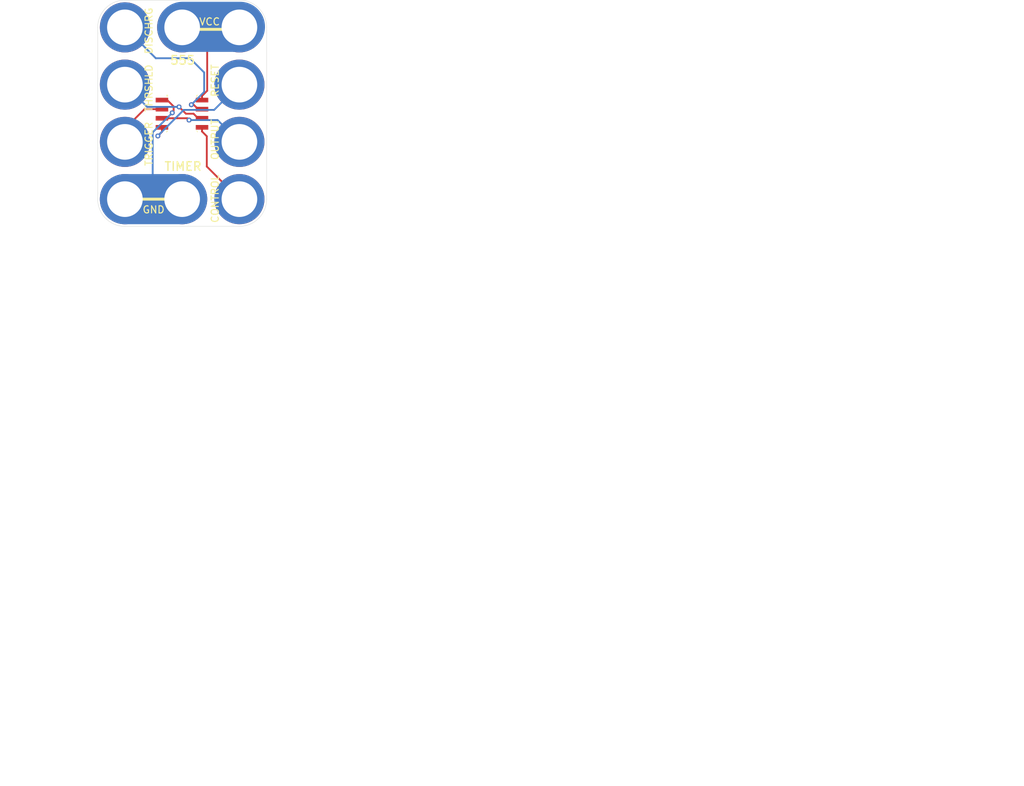
<source format=kicad_pcb>
(kicad_pcb (version 4) (host pcbnew 4.0.5-e0-6337~49~ubuntu16.04.1)

  (general
    (links 10)
    (no_connects 0)
    (area 12.864799 18.783999 263.164559 102.997)
    (thickness 1.6)
    (drawings 1)
    (tracks 57)
    (zones 0)
    (modules 1)
    (nets 9)
  )

  (page USLetter)
  (title_block
    (title "3x4 555 Timer 8SOIC Breakout Module")
    (date "17 Mar 2017")
    (rev 1.0)
    (company "All rights reserved.")
    (comment 1 help@browndoggadgets.com)
    (comment 2 http://browndoggadgets.com/)
    (comment 3 "Brown Dog Gadgets")
  )

  (layers
    (0 F.Cu signal)
    (31 B.Cu signal)
    (34 B.Paste user)
    (35 F.Paste user)
    (36 B.SilkS user)
    (37 F.SilkS user)
    (38 B.Mask user)
    (39 F.Mask user)
    (40 Dwgs.User user)
    (44 Edge.Cuts user)
    (46 B.CrtYd user)
    (47 F.CrtYd user)
    (48 B.Fab user)
    (49 F.Fab user)
  )

  (setup
    (last_trace_width 0.254)
    (user_trace_width 0.1524)
    (user_trace_width 0.254)
    (user_trace_width 0.3302)
    (user_trace_width 0.508)
    (user_trace_width 0.762)
    (user_trace_width 1.27)
    (trace_clearance 0.254)
    (zone_clearance 0.508)
    (zone_45_only no)
    (trace_min 0.1524)
    (segment_width 0.1524)
    (edge_width 0.1524)
    (via_size 0.6858)
    (via_drill 0.3302)
    (via_min_size 0.6858)
    (via_min_drill 0.3302)
    (user_via 0.6858 0.3302)
    (user_via 0.762 0.4064)
    (user_via 0.8636 0.508)
    (uvia_size 0.6858)
    (uvia_drill 0.3302)
    (uvias_allowed no)
    (uvia_min_size 0)
    (uvia_min_drill 0)
    (pcb_text_width 0.1524)
    (pcb_text_size 1.016 1.016)
    (mod_edge_width 0.1524)
    (mod_text_size 1.016 1.016)
    (mod_text_width 0.1524)
    (pad_size 7 7)
    (pad_drill 4.98)
    (pad_to_mask_clearance 0.0762)
    (solder_mask_min_width 0.1016)
    (pad_to_paste_clearance -0.0762)
    (aux_axis_origin 0 0)
    (visible_elements FFFEDF7D)
    (pcbplotparams
      (layerselection 0x310fc_80000001)
      (usegerberextensions true)
      (excludeedgelayer true)
      (linewidth 0.100000)
      (plotframeref false)
      (viasonmask false)
      (mode 1)
      (useauxorigin false)
      (hpglpennumber 1)
      (hpglpenspeed 20)
      (hpglpendiameter 15)
      (hpglpenoverlay 2)
      (psnegative false)
      (psa4output false)
      (plotreference true)
      (plotvalue true)
      (plotinvisibletext false)
      (padsonsilk false)
      (subtractmaskfromsilk false)
      (outputformat 1)
      (mirror false)
      (drillshape 0)
      (scaleselection 1)
      (outputdirectory gerbers))
  )

  (net 0 "")
  (net 1 "Net-(U1-Pad4)")
  (net 2 "Net-(U1-Pad2)")
  (net 3 "Net-(U1-Pad3)")
  (net 4 "Net-(U1-Pad1)")
  (net 5 "Net-(U1-Pad7)")
  (net 6 "Net-(U1-Pad5)")
  (net 7 "Net-(U1-Pad6)")
  (net 8 "Net-(U1-Pad8)")

  (net_class Default "This is the default net class."
    (clearance 0.254)
    (trace_width 0.254)
    (via_dia 0.6858)
    (via_drill 0.3302)
    (uvia_dia 0.6858)
    (uvia_drill 0.3302)
    (add_net "Net-(U1-Pad1)")
    (add_net "Net-(U1-Pad2)")
    (add_net "Net-(U1-Pad3)")
    (add_net "Net-(U1-Pad4)")
    (add_net "Net-(U1-Pad5)")
    (add_net "Net-(U1-Pad6)")
    (add_net "Net-(U1-Pad7)")
    (add_net "Net-(U1-Pad8)")
  )

  (module Crazy_Circuits:SOIC8-555Timer-3x4 (layer F.Cu) (tedit 58F82C4D) (tstamp 58D435B1)
    (at 18.5313 88.7095)
    (descr "8-lead dip package, row spacing 7.62 mm (300 mils)")
    (tags "dil dip 2.54 300")
    (path /5882F33F)
    (fp_text reference U1 (at 8.0976 -12) (layer F.Fab)
      (effects (font (size 1 1) (thickness 0.15)))
    )
    (fp_text value 555TIMER (at 0 -4) (layer B.SilkS) hide
      (effects (font (size 1 1) (thickness 0.15)) (justify mirror))
    )
    (fp_arc (start 7.9248 -14.6812) (end 9.398 -14.6812) (angle 180) (layer F.Fab) (width 0.1))
    (fp_text user TIMER (at 8.128 -4.572) (layer F.SilkS)
      (effects (font (size 1.2 1.2) (thickness 0.2)))
    )
    (fp_text user 555 (at 8.0645 -19.4056) (layer F.SilkS)
      (effects (font (size 1.2 1.2) (thickness 0.2)))
    )
    (fp_line (start 0 0) (end 8 0) (layer B.Cu) (width 7))
    (fp_text user GND (at 4.0132 1.4732) (layer F.SilkS)
      (effects (font (size 1 1) (thickness 0.15)))
    )
    (fp_line (start 0 0) (end 8.25 0) (layer F.SilkS) (width 0.4064))
    (fp_text user %R (at 8 -16 90) (layer F.Fab) hide
      (effects (font (size 1 1) (thickness 0.15)))
    )
    (fp_line (start 0 3.8) (end 16 3.8) (layer Edge.Cuts) (width 0.05))
    (fp_line (start -3.8 -24) (end -3.8 0) (layer Edge.Cuts) (width 0.05))
    (fp_line (start 19.8 -24) (end 19.8 0) (layer Edge.Cuts) (width 0.05))
    (fp_line (start 0 -27.8) (end 16 -27.8) (layer Edge.Cuts) (width 0.05))
    (fp_arc (start 0 -24) (end -3.8 -24) (angle 90) (layer Edge.Cuts) (width 0.05))
    (fp_arc (start 0 0) (end 0 3.8) (angle 90) (layer Edge.Cuts) (width 0.05))
    (fp_arc (start 16 0) (end 19.8 0) (angle 90) (layer Edge.Cuts) (width 0.05))
    (fp_arc (start 16 -24) (end 16 -27.8) (angle 90) (layer Edge.Cuts) (width 0.05))
    (fp_line (start 0 3.8) (end 16 3.8) (layer F.Fab) (width 0.05))
    (fp_line (start -3.8 -24) (end -3.8 0) (layer F.Fab) (width 0.05))
    (fp_line (start 19.8 -24) (end 19.8 0) (layer F.Fab) (width 0.05))
    (fp_line (start 0 -27.8) (end 16 -27.8) (layer F.Fab) (width 0.05))
    (fp_arc (start 0 -24) (end -3.8 -24) (angle 90) (layer F.Fab) (width 0.05))
    (fp_arc (start 0 0) (end 0 3.8) (angle 90) (layer F.Fab) (width 0.05))
    (fp_arc (start 16 0) (end 19.8 0) (angle 90) (layer F.Fab) (width 0.05))
    (fp_arc (start 16 -24) (end 16 -27.8) (angle 90) (layer F.Fab) (width 0.05))
    (fp_text user RESET (at 12.5984 -16.5608 90) (layer F.SilkS)
      (effects (font (size 1 1) (thickness 0.15)))
    )
    (fp_text user TRIGGER (at 3.3528 -7.7216 90) (layer F.SilkS)
      (effects (font (size 1 1) (thickness 0.15)))
    )
    (fp_line (start 4.2256 -14.688) (end 4.2256 -9.188) (layer F.CrtYd) (width 0.05))
    (fp_line (start 4.2256 -14.688) (end 11.7256 -14.688) (layer F.CrtYd) (width 0.05))
    (fp_line (start 4.2256 -9.188) (end 11.7256 -9.188) (layer F.CrtYd) (width 0.05))
    (fp_line (start 5.9006 -14.513) (end 5.9006 -14.368) (layer F.SilkS) (width 0.15))
    (fp_line (start 10.0506 -14.513) (end 10.0506 -14.368) (layer F.SilkS) (width 0.15))
    (fp_line (start 10.0506 -9.363) (end 10.0506 -9.508) (layer F.SilkS) (width 0.15))
    (fp_line (start 5.9006 -9.363) (end 5.9006 -9.508) (layer F.SilkS) (width 0.15))
    (fp_line (start 5.9006 -14.513) (end 10.0506 -14.513) (layer F.SilkS) (width 0.15))
    (fp_line (start 5.9006 -9.363) (end 10.0506 -9.363) (layer F.SilkS) (width 0.15))
    (fp_line (start 4.2256 -14.688) (end 11.7256 -14.688) (layer F.Fab) (width 0.05))
    (fp_line (start 4.2256 -9.188) (end 11.7256 -9.188) (layer F.Fab) (width 0.05))
    (fp_line (start 4.2256 -14.688) (end 4.2256 -9.188) (layer F.Fab) (width 0.05))
    (fp_line (start 9.0551 -23.7236) (end 15.0876 -23.7236) (layer F.SilkS) (width 0.4064))
    (fp_text user VCC (at 11.8364 -24.7904) (layer F.SilkS)
      (effects (font (size 1 1) (thickness 0.15)))
    )
    (fp_text user THRSHLD (at 3.3528 -15.494 90) (layer F.SilkS)
      (effects (font (size 1 1) (thickness 0.15)))
    )
    (fp_text user DISCHRG (at 3.3528 -23.5204 90) (layer F.SilkS)
      (effects (font (size 1 1) (thickness 0.15)))
    )
    (fp_text user OUTPUT (at 12.5984 -8.3312 90) (layer F.SilkS)
      (effects (font (size 1 1) (thickness 0.15)))
    )
    (fp_text user CONTROL (at 12.5984 -0.0508 90) (layer F.SilkS)
      (effects (font (size 1 1) (thickness 0.15)))
    )
    (fp_line (start 7.7988 -23.7236) (end 15.7988 -23.7236) (layer F.Cu) (width 0.4064))
    (fp_line (start 0 0) (end 8 0) (layer B.Mask) (width 7))
    (fp_line (start 8.0772 -24.0792) (end 16.0772 -24.0792) (layer B.Cu) (width 7))
    (fp_line (start 8.0772 -24.0792) (end 16.0772 -24.0792) (layer B.Mask) (width 7))
    (fp_line (start 11.744 -14.688) (end 11.744 -9.188) (layer F.CrtYd) (width 0.05))
    (fp_line (start 11.744 -14.688) (end 11.744 -9.188) (layer F.Fab) (width 0.05))
    (pad 1 thru_hole circle (at 0 0 270) (size 7 7) (drill 4.98) (layers *.Cu B.Mask)
      (net 4 "Net-(U1-Pad1)"))
    (pad "" np_thru_hole circle (at 8 -16 270) (size 4.98 4.98) (drill 4.98) (layers *.Cu))
    (pad 6 thru_hole circle (at 0 -16 270) (size 7 7) (drill 4.98) (layers *.Cu B.Mask)
      (net 7 "Net-(U1-Pad6)"))
    (pad 2 thru_hole circle (at 0 -8 270) (size 7 7) (drill 4.98) (layers *.Cu B.Mask)
      (net 2 "Net-(U1-Pad2)"))
    (pad "" np_thru_hole circle (at 8 -8 270) (size 4.98 4.98) (drill 4.98) (layers *.Cu))
    (pad 1 thru_hole circle (at 8 0 270) (size 7 7) (drill 4.98) (layers *.Cu B.Mask)
      (net 4 "Net-(U1-Pad1)"))
    (pad 7 thru_hole circle (at 0 -24 270) (size 7 7) (drill 4.98) (layers *.Cu B.Mask)
      (net 5 "Net-(U1-Pad7)"))
    (pad 4 thru_hole circle (at 16 -16 270) (size 7 7) (drill 4.98) (layers *.Cu B.Mask)
      (net 1 "Net-(U1-Pad4)"))
    (pad 5 thru_hole circle (at 16 0 270) (size 7 7) (drill 4.98) (layers *.Cu B.Mask)
      (net 6 "Net-(U1-Pad5)"))
    (pad 3 thru_hole circle (at 16 -8 270) (size 7 7) (drill 4.98) (layers *.Cu B.Mask)
      (net 3 "Net-(U1-Pad3)"))
    (pad 8 thru_hole circle (at 16 -24 270) (size 7 7) (drill 4.98) (layers *.Cu B.Mask)
      (net 8 "Net-(U1-Pad8)"))
    (pad 8 thru_hole circle (at 8 -24 270) (size 7 7) (drill 4.98) (layers *.Cu B.Mask)
      (net 8 "Net-(U1-Pad8)"))
    (pad 1 smd rect (at 5.1756 -13.843) (size 1.75 0.65) (layers F.Cu F.Paste F.Mask)
      (net 4 "Net-(U1-Pad1)"))
    (pad 2 smd rect (at 5.1756 -12.573) (size 1.75 0.65) (layers F.Cu F.Paste F.Mask)
      (net 2 "Net-(U1-Pad2)"))
    (pad 3 smd rect (at 5.1756 -11.303) (size 1.75 0.65) (layers F.Cu F.Paste F.Mask)
      (net 3 "Net-(U1-Pad3)"))
    (pad 4 smd rect (at 5.1756 -10.033) (size 1.75 0.65) (layers F.Cu F.Paste F.Mask)
      (net 1 "Net-(U1-Pad4)"))
    (pad 5 smd rect (at 10.7756 -10.033) (size 1.75 0.65) (layers F.Cu F.Paste F.Mask)
      (net 6 "Net-(U1-Pad5)"))
    (pad 6 smd rect (at 10.7756 -11.303) (size 1.75 0.65) (layers F.Cu F.Paste F.Mask)
      (net 7 "Net-(U1-Pad6)"))
    (pad 7 smd rect (at 10.7756 -12.573) (size 1.75 0.65) (layers F.Cu F.Paste F.Mask)
      (net 5 "Net-(U1-Pad7)"))
    (pad 8 smd rect (at 10.7756 -13.843) (size 1.75 0.65) (layers F.Cu F.Paste F.Mask)
      (net 8 "Net-(U1-Pad8)"))
  )

  (gr_text "FABRICATION NOTES\n\n1. THIS IS A 2 LAYER BOARD. \n2. EXTERNAL LAYERS SHALL HAVE 1 OZ COPPER.\n3. MATERIAL: FR4 AND 0.062 INCH +/- 10% THICK.\n4. BOARDS SHALL BE ROHS COMPLIANT. \n5. MANUFACTURE IN ACCORDANCE WITH IPC-6012 CLASS 2\n6. MASK: BOTH SIDES OF THE BOARD SHALL HAVE \n   SOLDER MASK (ANY COLOR) OVER BARE COPPER. \n7. SILK: BOTH SIDES OF THE BOARD SHALL HAVE \n   WHITE SILKSCREEN. DO NOT PLACE SILK OVER BARE COPPER.\n8. FINISH: ENIG.\n9. MINIMUM TRACE WIDTH - 0.006 INCH.\n   MINIMUM SPACE - 0.006 INCH.\n   MINIMUM HOLE DIA - 0.013 INCH. \n10. MAX HOLE PLACEMENT TOLERANCE OF +/- 0.003 INCH.\n11. MAX HOLE DIAMETER TOLERANCE OF +/- 0.003 INCH AFTER PLATING." (at 1.0795 136.0805) (layer Dwgs.User)
    (effects (font (size 2.54 2.54) (thickness 0.254)) (justify left))
  )

  (segment (start 23.47911 79.537568) (end 23.136211 79.880467) (width 0.254) (layer B.Cu) (net 1))
  (segment (start 23.47911 79.51789) (end 23.47911 79.537568) (width 0.254) (layer B.Cu) (net 1))
  (segment (start 26.756107 76.240893) (end 23.47911 79.51789) (width 0.254) (layer B.Cu) (net 1))
  (segment (start 30.999907 76.240893) (end 26.756107 76.240893) (width 0.254) (layer B.Cu) (net 1))
  (segment (start 34.5313 72.7095) (end 30.999907 76.240893) (width 0.254) (layer B.Cu) (net 1))
  (segment (start 23.47911 79.537568) (end 23.136211 79.880467) (width 0.254) (layer F.Cu) (net 1))
  (segment (start 23.7069 78.6765) (end 23.7069 79.309778) (width 0.254) (layer F.Cu) (net 1))
  (segment (start 23.7069 79.309778) (end 23.47911 79.537568) (width 0.254) (layer F.Cu) (net 1))
  (via (at 23.136211 79.880467) (size 0.6858) (drill 0.3302) (layers F.Cu B.Cu) (net 1))
  (segment (start 18.5313 78.8777) (end 21.2725 76.1365) (width 0.254) (layer F.Cu) (net 2))
  (segment (start 21.2725 76.1365) (end 23.7069 76.1365) (width 0.254) (layer F.Cu) (net 2))
  (segment (start 18.5313 80.7095) (end 18.5313 78.8777) (width 0.254) (layer F.Cu) (net 2))
  (segment (start 27.4955 77.6605) (end 31.4823 77.6605) (width 0.254) (layer B.Cu) (net 3))
  (segment (start 31.4823 77.6605) (end 34.5313 80.7095) (width 0.254) (layer B.Cu) (net 3))
  (segment (start 25.2095 77.4065) (end 27.2415 77.4065) (width 0.254) (layer F.Cu) (net 3))
  (segment (start 27.2415 77.4065) (end 27.4955 77.6605) (width 0.254) (layer F.Cu) (net 3))
  (via (at 27.4955 77.6605) (size 0.6858) (drill 0.3302) (layers F.Cu B.Cu) (net 3))
  (segment (start 23.7069 77.4065) (end 25.2095 77.4065) (width 0.254) (layer F.Cu) (net 3))
  (segment (start 22.412301 88.579301) (end 22.412301 79.422603) (width 0.254) (layer B.Cu) (net 4))
  (segment (start 23.088599 78.701901) (end 23.093462 78.701901) (width 0.254) (layer B.Cu) (net 4))
  (segment (start 22.390099 79.400401) (end 23.088599 78.701901) (width 0.254) (layer B.Cu) (net 4))
  (segment (start 22.282102 88.7095) (end 22.412301 88.579301) (width 0.254) (layer B.Cu) (net 4))
  (segment (start 22.412301 79.422603) (end 22.390099 79.400401) (width 0.254) (layer B.Cu) (net 4))
  (segment (start 23.093462 78.701901) (end 25.149672 76.645691) (width 0.254) (layer B.Cu) (net 4))
  (segment (start 25.3365 75.7555) (end 25.3365 76.458863) (width 0.254) (layer F.Cu) (net 4))
  (segment (start 25.3365 76.458863) (end 25.149672 76.645691) (width 0.254) (layer F.Cu) (net 4))
  (via (at 25.149672 76.645691) (size 0.6858) (drill 0.3302) (layers F.Cu B.Cu) (net 4))
  (segment (start 22.282102 88.7095) (end 26.5313 88.7095) (width 0.254) (layer B.Cu) (net 4))
  (segment (start 22.282102 88.7095) (end 18.5313 88.7095) (width 0.254) (layer B.Cu) (net 4))
  (segment (start 23.7069 74.8665) (end 24.4475 74.8665) (width 0.254) (layer F.Cu) (net 4))
  (segment (start 24.4475 74.8665) (end 25.3365 75.7555) (width 0.254) (layer F.Cu) (net 4))
  (segment (start 27.6225 69.0245) (end 22.8463 69.0245) (width 0.254) (layer B.Cu) (net 5))
  (segment (start 22.8463 69.0245) (end 18.5313 64.7095) (width 0.254) (layer B.Cu) (net 5))
  (segment (start 29.608126 71.010126) (end 27.6225 69.0245) (width 0.254) (layer B.Cu) (net 5))
  (segment (start 29.608126 73.7235) (end 29.608126 71.010126) (width 0.254) (layer B.Cu) (net 5))
  (segment (start 27.814634 75.516992) (end 29.608126 73.7235) (width 0.254) (layer B.Cu) (net 5))
  (segment (start 28.7569 76.1365) (end 28.137392 75.516992) (width 0.254) (layer F.Cu) (net 5))
  (segment (start 28.137392 75.516992) (end 27.814634 75.516992) (width 0.254) (layer F.Cu) (net 5))
  (via (at 27.814634 75.516992) (size 0.6858) (drill 0.3302) (layers F.Cu B.Cu) (net 5))
  (segment (start 29.3069 76.1365) (end 28.7569 76.1365) (width 0.254) (layer F.Cu) (net 5))
  (segment (start 29.972 84.1502) (end 29.972 79.9206) (width 0.254) (layer F.Cu) (net 6))
  (segment (start 29.972 79.9206) (end 29.3069 79.2555) (width 0.254) (layer F.Cu) (net 6))
  (segment (start 29.3069 79.2555) (end 29.3069 78.6765) (width 0.254) (layer F.Cu) (net 6))
  (segment (start 34.5313 88.7095) (end 29.972 84.1502) (width 0.254) (layer F.Cu) (net 6))
  (segment (start 26.0985 75.819) (end 21.6408 75.819) (width 0.254) (layer B.Cu) (net 7))
  (segment (start 21.6408 75.819) (end 18.5313 72.7095) (width 0.254) (layer B.Cu) (net 7))
  (segment (start 28.1219 76.7715) (end 27.051 76.7715) (width 0.254) (layer F.Cu) (net 7))
  (segment (start 27.051 76.7715) (end 26.0985 75.819) (width 0.254) (layer F.Cu) (net 7))
  (via (at 26.0985 75.819) (size 0.6858) (drill 0.3302) (layers F.Cu B.Cu) (net 7))
  (segment (start 29.3069 77.4065) (end 28.7569 77.4065) (width 0.254) (layer F.Cu) (net 7))
  (segment (start 28.7569 77.4065) (end 28.1219 76.7715) (width 0.254) (layer F.Cu) (net 7))
  (segment (start 34.5313 64.7095) (end 26.5313 64.7095) (width 0.254) (layer F.Cu) (net 8))
  (segment (start 29.3069 74.8665) (end 29.3069 74.2875) (width 0.254) (layer F.Cu) (net 8))
  (segment (start 29.3069 74.2875) (end 30.031299 73.563101) (width 0.254) (layer F.Cu) (net 8))
  (segment (start 30.031299 64.837701) (end 29.903098 64.7095) (width 0.254) (layer F.Cu) (net 8))
  (segment (start 30.031299 73.563101) (end 30.031299 64.837701) (width 0.254) (layer F.Cu) (net 8))
  (segment (start 29.903098 64.7095) (end 26.5313 64.7095) (width 0.254) (layer F.Cu) (net 8))

)

</source>
